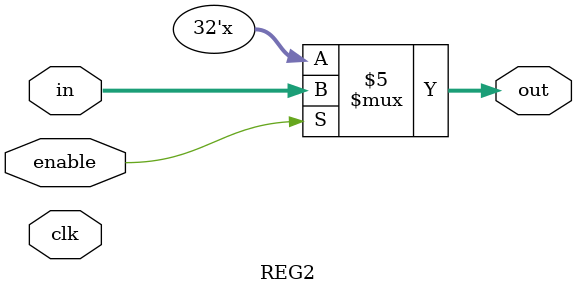
<source format=v>
module REG2(
    input enable,clk,
    input[31:0] in,
    output reg[31:0] out
);
    initial begin
      out = 32'dz;
    end
    always@(clk)begin
      if(enable==1)
        out = in;
    end

endmodule
</source>
